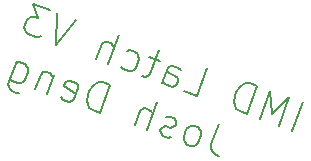
<source format=gbr>
G04 #@! TF.FileFunction,Legend,Bot*
%FSLAX46Y46*%
G04 Gerber Fmt 4.6, Leading zero omitted, Abs format (unit mm)*
G04 Created by KiCad (PCBNEW 4.0.7-e2-6376~58~ubuntu16.04.1) date Mon Feb  5 20:58:07 2018*
%MOMM*%
%LPD*%
G01*
G04 APERTURE LIST*
%ADD10C,0.100000*%
%ADD11C,0.147600*%
G04 APERTURE END LIST*
D10*
D11*
X160945455Y-119232071D02*
X160324933Y-120936941D01*
X160314486Y-121319283D01*
X160459066Y-121629336D01*
X160758672Y-121867099D01*
X160985988Y-121949835D01*
X158599169Y-121081104D02*
X158867854Y-121050182D01*
X159022879Y-120977892D01*
X159219273Y-120791944D01*
X159467482Y-120109996D01*
X159436561Y-119841312D01*
X159364271Y-119686286D01*
X159178323Y-119489891D01*
X158837349Y-119365786D01*
X158568664Y-119396709D01*
X158413639Y-119468998D01*
X158217244Y-119654946D01*
X157969035Y-120336894D01*
X157999957Y-120605579D01*
X158072247Y-120760605D01*
X158258195Y-120957000D01*
X158599169Y-121081104D01*
X156935666Y-120346923D02*
X156666982Y-120377846D01*
X156212350Y-120212373D01*
X156026402Y-120015978D01*
X155995480Y-119747294D01*
X156036848Y-119633636D01*
X156233242Y-119447688D01*
X156501927Y-119416766D01*
X156842901Y-119540871D01*
X157111585Y-119509949D01*
X157307979Y-119324001D01*
X157349348Y-119210343D01*
X157318426Y-118941659D01*
X157132478Y-118745264D01*
X156791504Y-118621160D01*
X156522819Y-118652082D01*
X154848453Y-119715956D02*
X155717185Y-117329136D01*
X153825531Y-119343642D02*
X154280581Y-118093403D01*
X154476975Y-117907456D01*
X154745660Y-117876533D01*
X155086634Y-118000638D01*
X155272582Y-118197033D01*
X155344871Y-118352058D01*
X150870422Y-118268070D02*
X151739153Y-115881251D01*
X151170862Y-115674410D01*
X150788520Y-115663964D01*
X150478468Y-115808544D01*
X150282074Y-115994492D01*
X150002943Y-116407756D01*
X149878839Y-116748730D01*
X149827024Y-117244730D01*
X149857946Y-117513414D01*
X150002526Y-117823467D01*
X150302131Y-118061230D01*
X150870422Y-118268070D01*
X147615706Y-116954735D02*
X147801654Y-117151130D01*
X148256286Y-117316603D01*
X148524971Y-117285681D01*
X148721365Y-117099732D01*
X149052310Y-116190468D01*
X149021388Y-115921784D01*
X148835440Y-115725389D01*
X148380809Y-115559917D01*
X148112124Y-115590839D01*
X147915730Y-115776787D01*
X147832994Y-116004103D01*
X148886837Y-116645100D01*
X147016912Y-115063499D02*
X146437757Y-116654712D01*
X146934175Y-115290815D02*
X146861885Y-115135790D01*
X146675937Y-114939395D01*
X146334963Y-114815290D01*
X146066279Y-114846212D01*
X145869885Y-115032160D01*
X145414835Y-116282399D01*
X143834486Y-113905191D02*
X143131228Y-115837378D01*
X143162149Y-116106063D01*
X143234439Y-116261089D01*
X143420387Y-116457483D01*
X143761361Y-116581587D01*
X144030045Y-116550666D01*
X143296701Y-115382746D02*
X143482648Y-115579140D01*
X143937280Y-115744613D01*
X144205965Y-115713691D01*
X144360991Y-115641401D01*
X144557385Y-115455453D01*
X144805594Y-114773505D01*
X144774672Y-114504821D01*
X144702383Y-114349795D01*
X144516435Y-114153400D01*
X144061802Y-113987927D01*
X143793118Y-114018850D01*
X167182808Y-119770567D02*
X168051539Y-117383748D01*
X166046228Y-119356885D02*
X166914959Y-116970066D01*
X165498830Y-118385359D01*
X165323746Y-116390912D01*
X164455015Y-118777731D01*
X163318434Y-118364050D02*
X164187165Y-115977231D01*
X163618875Y-115770390D01*
X163236533Y-115759943D01*
X162926480Y-115904523D01*
X162730086Y-116090471D01*
X162450956Y-116503735D01*
X162326852Y-116844709D01*
X162275037Y-117340710D01*
X162305958Y-117609393D01*
X162450538Y-117919446D01*
X162750144Y-118157209D01*
X163318434Y-118364050D01*
X157976505Y-116419747D02*
X159113086Y-116833428D01*
X159981817Y-114446609D01*
X156157977Y-115757857D02*
X156613027Y-114507617D01*
X156809421Y-114321670D01*
X157078106Y-114290748D01*
X157532738Y-114456220D01*
X157718686Y-114652615D01*
X156199346Y-115644198D02*
X156385293Y-115840593D01*
X156953583Y-116047433D01*
X157222268Y-116016511D01*
X157418662Y-115830563D01*
X157501398Y-115603248D01*
X157470477Y-115334563D01*
X157284528Y-115138169D01*
X156716238Y-114931328D01*
X156530291Y-114734934D01*
X155941525Y-113877066D02*
X155032261Y-113546121D01*
X155890128Y-112957356D02*
X155145501Y-115003200D01*
X154949107Y-115189148D01*
X154680423Y-115220071D01*
X154453106Y-115137334D01*
X152675946Y-114361785D02*
X152861893Y-114558180D01*
X153316525Y-114723653D01*
X153585210Y-114692730D01*
X153740236Y-114620441D01*
X153936630Y-114434492D01*
X154184839Y-113752544D01*
X154153917Y-113483860D01*
X154081628Y-113328834D01*
X153895680Y-113132439D01*
X153441047Y-112966967D01*
X153172363Y-112997889D01*
X151611654Y-114103130D02*
X152480385Y-111716311D01*
X150588732Y-113730817D02*
X151043782Y-112480578D01*
X151240176Y-112294630D01*
X151508861Y-112263708D01*
X151849835Y-112387813D01*
X152035783Y-112584208D01*
X152108072Y-112739233D01*
X148843328Y-110392530D02*
X147178991Y-112489773D01*
X147252115Y-109813376D01*
X146683825Y-109606536D02*
X145206270Y-109068750D01*
X145670932Y-110267591D01*
X145329957Y-110143486D01*
X145061273Y-110174408D01*
X144906246Y-110246697D01*
X144709852Y-110432646D01*
X144503012Y-111000936D01*
X144533933Y-111269621D01*
X144606224Y-111424647D01*
X144792171Y-111621041D01*
X145474120Y-111869250D01*
X145742803Y-111838328D01*
X145897830Y-111766039D01*
M02*

</source>
